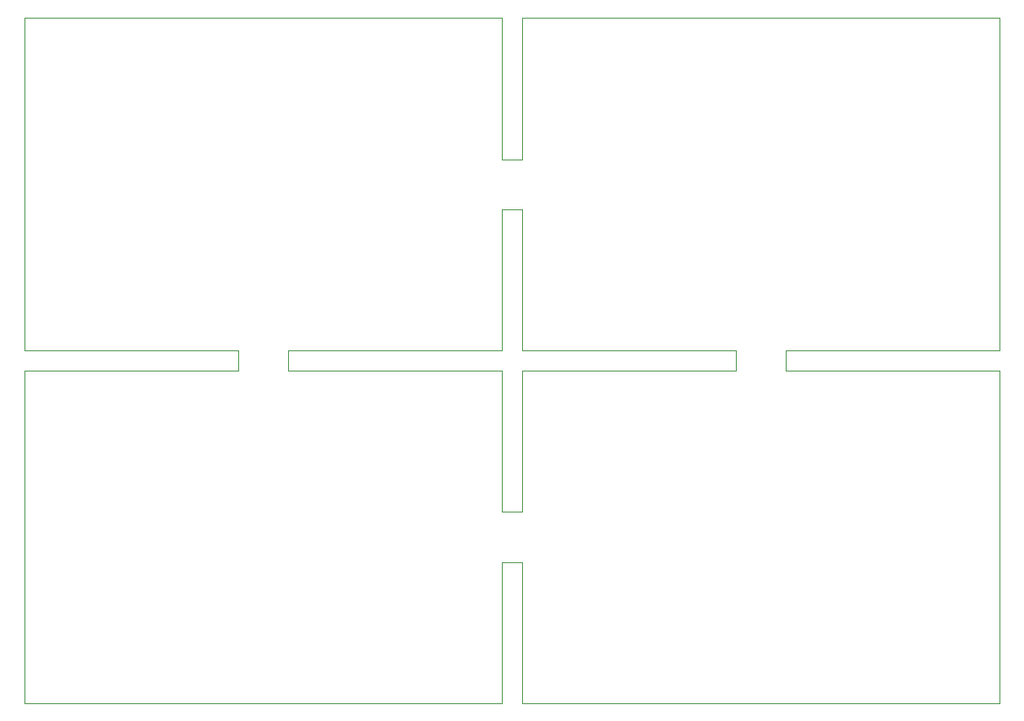
<source format=gbr>
%TF.GenerationSoftware,KiCad,Pcbnew,7.0.7-7.0.7~ubuntu22.04.1*%
%TF.CreationDate,2023-09-11T08:33:09+05:30*%
%TF.ProjectId,panelized,70616e65-6c69-47a6-9564-2e6b69636164,rev?*%
%TF.SameCoordinates,Original*%
%TF.FileFunction,Profile,NP*%
%FSLAX46Y46*%
G04 Gerber Fmt 4.6, Leading zero omitted, Abs format (unit mm)*
G04 Created by KiCad (PCBNEW 7.0.7-7.0.7~ubuntu22.04.1) date 2023-09-11 08:33:09*
%MOMM*%
%LPD*%
G01*
G04 APERTURE LIST*
%TA.AperFunction,Profile*%
%ADD10C,0.100000*%
%TD*%
G04 APERTURE END LIST*
D10*
X48834600Y-14187500D02*
X47834600Y-14187500D01*
X48834600Y-19187500D02*
X49834600Y-19187500D01*
X47834600Y-19187500D02*
X48834600Y-19187500D01*
X21417300Y-34375000D02*
X21417300Y-35375000D01*
X47834600Y-33375000D02*
X47834600Y-19187500D01*
X71251900Y-34375000D02*
X71251900Y-35375000D01*
X71251900Y-33375000D02*
X71251900Y-34375000D01*
X26417300Y-35375000D02*
X26417300Y-34375000D01*
X47834600Y-68750000D02*
X47834600Y-54562500D01*
X49834600Y-54562500D02*
X49834600Y-68750000D01*
X97669200Y0D02*
X49834600Y0D01*
X47834600Y-49562500D02*
X47834600Y-49562500D01*
X76251900Y-35375000D02*
X76251900Y-34375000D01*
X76251900Y-34375000D02*
X76251900Y-33375000D01*
X71251900Y-35375000D02*
X49834600Y-35375000D01*
X49834600Y-33375000D02*
X71251900Y-33375000D01*
X47834600Y0D02*
X0Y0D01*
X48834600Y-49562500D02*
X47834600Y-49562500D01*
X48834600Y-54562500D02*
X49834600Y-54562500D01*
X49834600Y-49562500D02*
X48834600Y-49562500D01*
X97669200Y-68750000D02*
X97669200Y-35375000D01*
X26417300Y-33375000D02*
X47834600Y-33375000D01*
X97669200Y-35375000D02*
X76251900Y-35375000D01*
X0Y0D02*
X0Y-33375000D01*
X26417300Y-34375000D02*
X26417300Y-33375000D01*
X47834600Y-35375000D02*
X26417300Y-35375000D01*
X49834600Y-35375000D02*
X49834600Y-49562500D01*
X21417300Y-35375000D02*
X0Y-35375000D01*
X49834600Y-14187500D02*
X48834600Y-14187500D01*
X0Y-33375000D02*
X21417300Y-33375000D01*
X49834600Y0D02*
X49834600Y-14187500D01*
X47834600Y-14187500D02*
X47834600Y0D01*
X97669200Y-33375000D02*
X97669200Y0D01*
X47834600Y-49562500D02*
X47834600Y-35375000D01*
X47834600Y-54562500D02*
X48834600Y-54562500D01*
X0Y-68750000D02*
X47834600Y-68750000D01*
X0Y-35375000D02*
X0Y-68750000D01*
X47834600Y-14187500D02*
X47834600Y-14187500D01*
X21417300Y-33375000D02*
X21417300Y-34375000D01*
X76251900Y-33375000D02*
X97669200Y-33375000D01*
X49834600Y-19187500D02*
X49834600Y-33375000D01*
X49834600Y-68750000D02*
X97669200Y-68750000D01*
M02*

</source>
